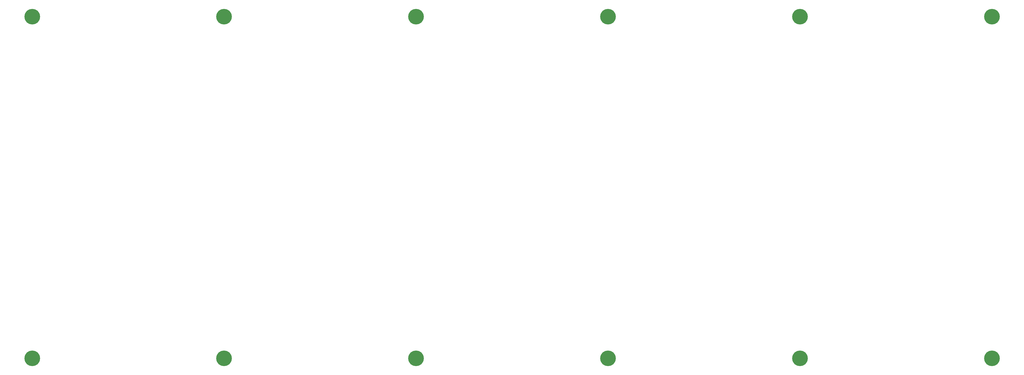
<source format=gbr>
%TF.GenerationSoftware,KiCad,Pcbnew,(6.0.11)*%
%TF.CreationDate,2023-03-19T03:58:12-04:00*%
%TF.ProjectId,bottom-no-hole,626f7474-6f6d-42d6-9e6f-2d686f6c652e,rev?*%
%TF.SameCoordinates,Original*%
%TF.FileFunction,Soldermask,Bot*%
%TF.FilePolarity,Negative*%
%FSLAX46Y46*%
G04 Gerber Fmt 4.6, Leading zero omitted, Abs format (unit mm)*
G04 Created by KiCad (PCBNEW (6.0.11)) date 2023-03-19 03:58:12*
%MOMM*%
%LPD*%
G01*
G04 APERTURE LIST*
%ADD10C,5.700000*%
G04 APERTURE END LIST*
D10*
%TO.C,H5*%
X223000000Y79852446D03*
%TD*%
%TO.C,H7*%
X-57000000Y-45000000D03*
%TD*%
%TO.C,H10*%
X153000000Y-45000000D03*
%TD*%
%TO.C,H9*%
X83000000Y-45000000D03*
%TD*%
%TO.C,H12*%
X293000000Y-45000000D03*
%TD*%
%TO.C,H4*%
X153000000Y79852446D03*
%TD*%
%TO.C,H8*%
X13000000Y-45000000D03*
%TD*%
%TO.C,H3*%
X83000000Y79852446D03*
%TD*%
%TO.C,H2*%
X13000000Y79852446D03*
%TD*%
%TO.C,H11*%
X223000000Y-45000000D03*
%TD*%
%TO.C,H1*%
X-57000000Y79852446D03*
%TD*%
%TO.C,H6*%
X293000000Y79852446D03*
%TD*%
M02*

</source>
